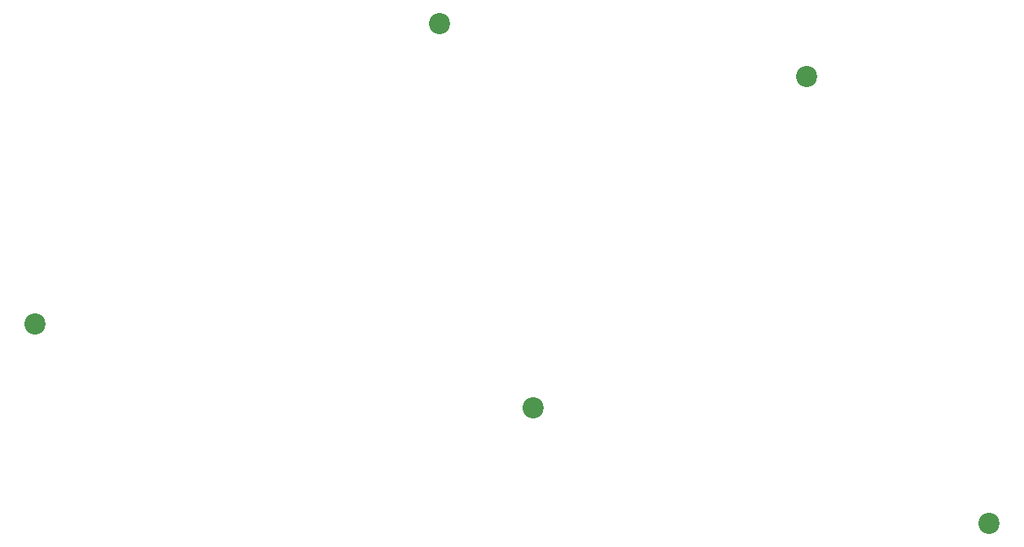
<source format=gbs>
%TF.GenerationSoftware,KiCad,Pcbnew,9.0.7-1.fc43*%
%TF.CreationDate,2026-02-09T14:10:20+11:00*%
%TF.ProjectId,BB36-plate,42423336-2d70-46c6-9174-652e6b696361,rev?*%
%TF.SameCoordinates,Original*%
%TF.FileFunction,Soldermask,Bot*%
%TF.FilePolarity,Negative*%
%FSLAX46Y46*%
G04 Gerber Fmt 4.6, Leading zero omitted, Abs format (unit mm)*
G04 Created by KiCad (PCBNEW 9.0.7-1.fc43) date 2026-02-09 14:10:20*
%MOMM*%
%LPD*%
G01*
G04 APERTURE LIST*
%ADD10C,2.200000*%
G04 APERTURE END LIST*
D10*
%TO.C,REF\u002A\u002A*%
X147915792Y-100224193D03*
%TD*%
%TO.C,REF\u002A\u002A*%
X195365782Y-112224193D03*
%TD*%
%TO.C,REF\u002A\u002A*%
X176365796Y-65724201D03*
%TD*%
%TO.C,REF\u002A\u002A*%
X138165792Y-60224201D03*
%TD*%
%TO.C,REF\u002A\u002A*%
X96115796Y-91474193D03*
%TD*%
M02*

</source>
